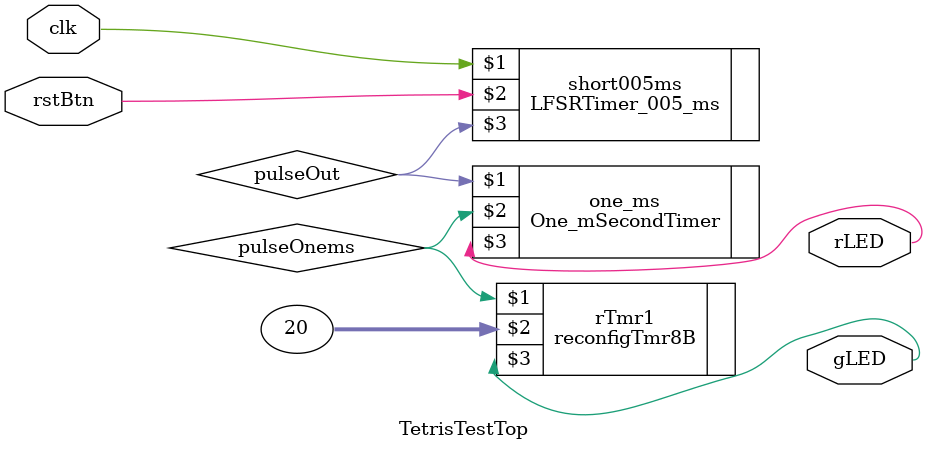
<source format=v>
module TetrisTestTop(clk, rstBtn, rLED, gLED);
  input clk, rstBtn;

  output gLED, rLED;

  wire pulseOut;
  wire pulseOnems;

  LFSRTimer_005_ms short005ms(clk, rstBtn, pulseOut);

  One_mSecondTimer one_ms(pulseOut, pulseOnems, rLED);

  reconfigTmr8B rTmr1(pulseOnems, 20, gLED);
endmodule

</source>
